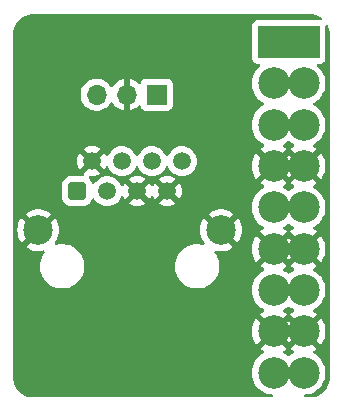
<source format=gbr>
%TF.GenerationSoftware,KiCad,Pcbnew,7.0.5-0*%
%TF.CreationDate,2024-07-25T14:15:13+02:00*%
%TF.ProjectId,rj45-stepper-adapter,726a3435-2d73-4746-9570-7065722d6164,rev?*%
%TF.SameCoordinates,Original*%
%TF.FileFunction,Copper,L2,Bot*%
%TF.FilePolarity,Positive*%
%FSLAX46Y46*%
G04 Gerber Fmt 4.6, Leading zero omitted, Abs format (unit mm)*
G04 Created by KiCad (PCBNEW 7.0.5-0) date 2024-07-25 14:15:13*
%MOMM*%
%LPD*%
G01*
G04 APERTURE LIST*
G04 Aperture macros list*
%AMRoundRect*
0 Rectangle with rounded corners*
0 $1 Rounding radius*
0 $2 $3 $4 $5 $6 $7 $8 $9 X,Y pos of 4 corners*
0 Add a 4 corners polygon primitive as box body*
4,1,4,$2,$3,$4,$5,$6,$7,$8,$9,$2,$3,0*
0 Add four circle primitives for the rounded corners*
1,1,$1+$1,$2,$3*
1,1,$1+$1,$4,$5*
1,1,$1+$1,$6,$7*
1,1,$1+$1,$8,$9*
0 Add four rect primitives between the rounded corners*
20,1,$1+$1,$2,$3,$4,$5,0*
20,1,$1+$1,$4,$5,$6,$7,0*
20,1,$1+$1,$6,$7,$8,$9,0*
20,1,$1+$1,$8,$9,$2,$3,0*%
G04 Aperture macros list end*
%TA.AperFunction,ComponentPad*%
%ADD10R,2.670000X2.670000*%
%TD*%
%TA.AperFunction,ComponentPad*%
%ADD11C,2.670000*%
%TD*%
%TA.AperFunction,ComponentPad*%
%ADD12O,1.700000X1.700000*%
%TD*%
%TA.AperFunction,ComponentPad*%
%ADD13R,1.700000X1.700000*%
%TD*%
%TA.AperFunction,ComponentPad*%
%ADD14C,2.500000*%
%TD*%
%TA.AperFunction,ComponentPad*%
%ADD15C,1.500000*%
%TD*%
%TA.AperFunction,ComponentPad*%
%ADD16RoundRect,0.250500X-0.499500X-0.499500X0.499500X-0.499500X0.499500X0.499500X-0.499500X0.499500X0*%
%TD*%
%TA.AperFunction,ViaPad*%
%ADD17C,0.800000*%
%TD*%
G04 APERTURE END LIST*
D10*
%TO.P,J1,1,Pin_1*%
%TO.N,/COM-*%
X165354000Y-94092000D03*
X162814000Y-94092000D03*
D11*
%TO.P,J1,2,Pin_2*%
%TO.N,/BRK*%
X165354000Y-97592000D03*
X162814000Y-97592000D03*
%TO.P,J1,3,Pin_3*%
%TO.N,/ALM*%
X165354000Y-101092000D03*
X162814000Y-101092000D03*
%TO.P,J1,4,Pin_4*%
%TO.N,GND*%
X165354000Y-104592000D03*
X162814000Y-104592000D03*
%TO.P,J1,5,Pin_5*%
%TO.N,/ENA+*%
X165354000Y-108092000D03*
X162814000Y-108092000D03*
%TO.P,J1,6,Pin_6*%
%TO.N,GND*%
X165354000Y-111592000D03*
X162814000Y-111592000D03*
%TO.P,J1,7,Pin_7*%
%TO.N,/DIR+*%
X165354000Y-115092000D03*
X162814000Y-115092000D03*
%TO.P,J1,8,Pin_8*%
%TO.N,GND*%
X165354000Y-118592000D03*
X162814000Y-118592000D03*
%TO.P,J1,9,Pin_9*%
%TO.N,/PUL+*%
X165354000Y-122092000D03*
X162814000Y-122092000D03*
%TD*%
D12*
%TO.P,J2,3,Pin_3*%
%TO.N,/SIG*%
X147828000Y-98552000D03*
%TO.P,J2,2,Pin_2*%
%TO.N,GND*%
X150368000Y-98552000D03*
D13*
%TO.P,J2,1,Pin_1*%
%TO.N,/VCC 3.3V*%
X152908000Y-98552000D03*
%TD*%
D14*
%TO.P,J3,SH*%
%TO.N,GND*%
X158367000Y-110021500D03*
X142877000Y-110021500D03*
D15*
%TO.P,J3,8*%
%TO.N,/PUL+*%
X155062000Y-104171500D03*
%TO.P,J3,7*%
%TO.N,GND*%
X153802000Y-106711500D03*
%TO.P,J3,6*%
%TO.N,/DIR+*%
X152522000Y-104171500D03*
%TO.P,J3,5*%
%TO.N,GND*%
X151262000Y-106711500D03*
%TO.P,J3,4*%
%TO.N,/ENA+*%
X149982000Y-104171500D03*
%TO.P,J3,3*%
%TO.N,/VCC 3.3V*%
X148722000Y-106711500D03*
%TO.P,J3,2*%
%TO.N,GND*%
X147442000Y-104171500D03*
D16*
%TO.P,J3,1*%
%TO.N,/SIG*%
X146182000Y-106711500D03*
%TD*%
D17*
%TO.N,GND*%
X156972000Y-119380000D03*
X144018000Y-119380000D03*
X144018000Y-96520000D03*
X157226000Y-96520000D03*
%TD*%
%TA.AperFunction,Conductor*%
%TO.N,GND*%
G36*
X165864244Y-91719661D02*
G01*
X166000512Y-91729406D01*
X166102427Y-91736695D01*
X166120211Y-91739253D01*
X166346928Y-91788573D01*
X166364171Y-91793635D01*
X166581572Y-91874721D01*
X166597923Y-91882188D01*
X166801565Y-91993385D01*
X166816689Y-92003105D01*
X166845049Y-92024335D01*
X166887596Y-92081170D01*
X166892661Y-92151986D01*
X166858636Y-92214298D01*
X166796323Y-92248323D01*
X166756074Y-92250481D01*
X166737654Y-92248501D01*
X166737642Y-92248500D01*
X166737638Y-92248500D01*
X164197638Y-92248500D01*
X161430362Y-92248500D01*
X161430350Y-92248500D01*
X161369803Y-92255009D01*
X161369795Y-92255011D01*
X161232797Y-92306110D01*
X161232792Y-92306112D01*
X161115738Y-92393738D01*
X161028112Y-92510792D01*
X161028110Y-92510797D01*
X160977011Y-92647795D01*
X160977009Y-92647803D01*
X160970500Y-92708350D01*
X160970500Y-95475649D01*
X160977009Y-95536196D01*
X160977011Y-95536204D01*
X161028110Y-95673202D01*
X161028112Y-95673207D01*
X161115738Y-95790261D01*
X161232792Y-95877887D01*
X161232794Y-95877888D01*
X161232796Y-95877889D01*
X161291875Y-95899924D01*
X161369795Y-95928988D01*
X161369803Y-95928990D01*
X161430350Y-95935499D01*
X161430355Y-95935499D01*
X161430362Y-95935500D01*
X161572052Y-95935500D01*
X161640173Y-95955502D01*
X161686666Y-96009158D01*
X161696770Y-96079432D01*
X161667276Y-96144012D01*
X161647565Y-96162365D01*
X161614271Y-96187288D01*
X161603673Y-96195222D01*
X161417222Y-96381673D01*
X161417214Y-96381682D01*
X161259186Y-96592785D01*
X161132811Y-96824222D01*
X161040655Y-97071301D01*
X160984602Y-97328975D01*
X160965791Y-97591999D01*
X160965791Y-97592000D01*
X160967499Y-97615887D01*
X160984602Y-97855024D01*
X161040655Y-98112698D01*
X161132811Y-98359777D01*
X161259186Y-98591214D01*
X161417214Y-98802317D01*
X161417222Y-98802326D01*
X161603673Y-98988777D01*
X161603682Y-98988785D01*
X161619508Y-99000632D01*
X161814783Y-99146812D01*
X161814785Y-99146813D01*
X161969717Y-99231413D01*
X162019919Y-99281615D01*
X162035010Y-99350989D01*
X162010199Y-99417509D01*
X161969717Y-99452587D01*
X161814785Y-99537186D01*
X161603682Y-99695214D01*
X161603673Y-99695222D01*
X161417222Y-99881673D01*
X161417214Y-99881682D01*
X161259186Y-100092785D01*
X161132811Y-100324222D01*
X161040655Y-100571301D01*
X160984602Y-100828975D01*
X160965791Y-101091999D01*
X160984602Y-101355024D01*
X161040655Y-101612698D01*
X161132811Y-101859777D01*
X161259186Y-102091214D01*
X161417214Y-102302317D01*
X161417222Y-102302326D01*
X161603673Y-102488777D01*
X161603682Y-102488785D01*
X161606525Y-102490913D01*
X161814783Y-102646812D01*
X161970238Y-102731697D01*
X162020440Y-102781899D01*
X162035531Y-102851273D01*
X162010720Y-102917793D01*
X161970238Y-102952871D01*
X161815057Y-103037606D01*
X161702829Y-103121618D01*
X161702828Y-103121619D01*
X162608778Y-104027570D01*
X162511412Y-104067901D01*
X162386075Y-104164075D01*
X162289901Y-104289411D01*
X162249570Y-104386778D01*
X161343619Y-103480828D01*
X161343618Y-103480829D01*
X161259608Y-103593055D01*
X161133265Y-103824434D01*
X161041137Y-104071440D01*
X160985098Y-104329047D01*
X160966292Y-104591999D01*
X160985098Y-104854952D01*
X161041137Y-105112559D01*
X161133265Y-105359565D01*
X161259611Y-105590949D01*
X161343618Y-105703169D01*
X161343619Y-105703170D01*
X162249569Y-104797219D01*
X162289901Y-104894588D01*
X162386075Y-105019925D01*
X162511412Y-105116099D01*
X162608779Y-105156429D01*
X161702828Y-106062379D01*
X161702829Y-106062380D01*
X161815050Y-106146388D01*
X161970237Y-106231127D01*
X162020439Y-106281330D01*
X162035531Y-106350704D01*
X162010720Y-106417224D01*
X161970238Y-106452302D01*
X161814785Y-106537186D01*
X161603682Y-106695214D01*
X161603673Y-106695222D01*
X161417222Y-106881673D01*
X161417214Y-106881682D01*
X161259186Y-107092785D01*
X161132811Y-107324222D01*
X161040655Y-107571301D01*
X160984602Y-107828975D01*
X160965791Y-108091999D01*
X160984602Y-108355024D01*
X161040655Y-108612698D01*
X161132811Y-108859777D01*
X161259186Y-109091214D01*
X161417214Y-109302317D01*
X161417222Y-109302326D01*
X161603673Y-109488777D01*
X161603682Y-109488785D01*
X161674313Y-109541658D01*
X161814783Y-109646812D01*
X161970238Y-109731697D01*
X162020440Y-109781899D01*
X162035531Y-109851273D01*
X162010720Y-109917793D01*
X161970238Y-109952871D01*
X161815057Y-110037606D01*
X161702829Y-110121618D01*
X161702828Y-110121619D01*
X162608778Y-111027570D01*
X162511412Y-111067901D01*
X162386075Y-111164075D01*
X162289901Y-111289411D01*
X162249570Y-111386779D01*
X161343619Y-110480828D01*
X161343618Y-110480829D01*
X161259608Y-110593055D01*
X161133265Y-110824434D01*
X161041137Y-111071440D01*
X160985098Y-111329047D01*
X160966292Y-111592000D01*
X160985098Y-111854952D01*
X161041137Y-112112559D01*
X161133265Y-112359565D01*
X161259611Y-112590949D01*
X161343618Y-112703169D01*
X161343619Y-112703170D01*
X162249569Y-111797219D01*
X162289901Y-111894588D01*
X162386075Y-112019925D01*
X162511412Y-112116099D01*
X162608779Y-112156429D01*
X161702828Y-113062379D01*
X161702829Y-113062380D01*
X161815050Y-113146388D01*
X161970237Y-113231127D01*
X162020439Y-113281330D01*
X162035531Y-113350704D01*
X162010720Y-113417224D01*
X161970238Y-113452302D01*
X161814785Y-113537186D01*
X161603682Y-113695214D01*
X161603673Y-113695222D01*
X161417222Y-113881673D01*
X161417214Y-113881682D01*
X161259186Y-114092785D01*
X161132811Y-114324222D01*
X161040655Y-114571301D01*
X160984602Y-114828975D01*
X160965791Y-115092000D01*
X160984602Y-115355024D01*
X161040655Y-115612698D01*
X161132811Y-115859777D01*
X161259186Y-116091214D01*
X161417214Y-116302317D01*
X161417222Y-116302326D01*
X161603673Y-116488777D01*
X161603682Y-116488785D01*
X161606525Y-116490913D01*
X161814783Y-116646812D01*
X161970238Y-116731697D01*
X162020440Y-116781899D01*
X162035531Y-116851273D01*
X162010720Y-116917793D01*
X161970238Y-116952871D01*
X161815057Y-117037606D01*
X161702829Y-117121618D01*
X161702828Y-117121619D01*
X162608778Y-118027570D01*
X162511412Y-118067901D01*
X162386075Y-118164075D01*
X162289901Y-118289411D01*
X162249570Y-118386779D01*
X161343619Y-117480828D01*
X161343618Y-117480829D01*
X161259608Y-117593055D01*
X161133265Y-117824434D01*
X161041137Y-118071440D01*
X160985098Y-118329047D01*
X160966292Y-118591999D01*
X160985098Y-118854952D01*
X161041137Y-119112559D01*
X161133265Y-119359565D01*
X161259611Y-119590949D01*
X161343618Y-119703169D01*
X161343619Y-119703170D01*
X162249569Y-118797219D01*
X162289901Y-118894588D01*
X162386075Y-119019925D01*
X162511412Y-119116099D01*
X162608779Y-119156429D01*
X161702828Y-120062379D01*
X161702829Y-120062380D01*
X161815050Y-120146388D01*
X161970237Y-120231127D01*
X162020439Y-120281330D01*
X162035531Y-120350704D01*
X162010720Y-120417224D01*
X161970238Y-120452302D01*
X161814785Y-120537186D01*
X161603682Y-120695214D01*
X161603673Y-120695222D01*
X161417222Y-120881673D01*
X161417214Y-120881682D01*
X161259186Y-121092785D01*
X161132811Y-121324222D01*
X161040655Y-121571301D01*
X160984602Y-121828975D01*
X160965791Y-122091999D01*
X160984602Y-122355024D01*
X161040655Y-122612698D01*
X161132811Y-122859777D01*
X161259186Y-123091214D01*
X161417214Y-123302317D01*
X161417222Y-123302326D01*
X161603673Y-123488777D01*
X161603682Y-123488785D01*
X161619508Y-123500632D01*
X161814783Y-123646812D01*
X161814785Y-123646813D01*
X162008245Y-123752451D01*
X162046226Y-123773190D01*
X162293299Y-123865344D01*
X162550972Y-123921397D01*
X162654774Y-123928821D01*
X162721294Y-123953632D01*
X162763841Y-124010467D01*
X162768906Y-124081283D01*
X162734880Y-124143595D01*
X162672568Y-124177620D01*
X162645785Y-124180500D01*
X142496252Y-124180500D01*
X142491756Y-124180339D01*
X142253577Y-124163304D01*
X142235783Y-124160745D01*
X142009074Y-124111427D01*
X141991825Y-124106363D01*
X141774429Y-124025279D01*
X141758076Y-124017811D01*
X141554434Y-123906614D01*
X141539310Y-123896894D01*
X141353568Y-123757849D01*
X141339982Y-123746076D01*
X141175923Y-123582017D01*
X141164150Y-123568431D01*
X141025105Y-123382689D01*
X141015385Y-123367565D01*
X140904188Y-123163923D01*
X140896720Y-123147570D01*
X140875700Y-123091214D01*
X140815635Y-122930171D01*
X140810572Y-122912925D01*
X140761253Y-122686211D01*
X140758695Y-122668422D01*
X140741661Y-122430244D01*
X140741500Y-122425748D01*
X140741500Y-110021500D01*
X141114070Y-110021500D01*
X141133760Y-110284254D01*
X141192392Y-110541134D01*
X141192393Y-110541136D01*
X141288651Y-110786400D01*
X141288653Y-110786404D01*
X141420397Y-111014592D01*
X141420400Y-111014597D01*
X141466670Y-111072617D01*
X141466672Y-111072617D01*
X142147275Y-110392013D01*
X142235775Y-110532860D01*
X142365640Y-110662725D01*
X142506485Y-110751223D01*
X141825438Y-111432270D01*
X141995532Y-111548239D01*
X141995532Y-111548240D01*
X142232923Y-111662562D01*
X142484704Y-111740228D01*
X142484712Y-111740229D01*
X142745260Y-111779500D01*
X143008740Y-111779500D01*
X143269287Y-111740229D01*
X143269293Y-111740228D01*
X143276828Y-111737904D01*
X143347818Y-111736934D01*
X143408063Y-111774499D01*
X143438435Y-111838671D01*
X143429292Y-111909076D01*
X143416449Y-111931618D01*
X143301807Y-112091858D01*
X143301803Y-112091864D01*
X143176270Y-112336024D01*
X143087631Y-112595848D01*
X143087628Y-112595861D01*
X143037764Y-112865817D01*
X143037763Y-112865828D01*
X143027738Y-113140180D01*
X143057762Y-113413066D01*
X143127204Y-113678684D01*
X143181724Y-113806979D01*
X143234577Y-113931352D01*
X143377595Y-114165696D01*
X143553209Y-114376718D01*
X143553211Y-114376720D01*
X143553213Y-114376722D01*
X143757666Y-114559914D01*
X143757672Y-114559919D01*
X143757677Y-114559923D01*
X143986641Y-114711404D01*
X144235221Y-114827933D01*
X144498119Y-114907027D01*
X144498122Y-114907027D01*
X144498124Y-114907028D01*
X144769727Y-114947000D01*
X144769731Y-114947000D01*
X144975547Y-114947000D01*
X145180805Y-114931977D01*
X145448775Y-114872284D01*
X145705198Y-114774211D01*
X145944609Y-114639847D01*
X146161904Y-114472057D01*
X146352454Y-114274416D01*
X146512196Y-114051137D01*
X146637727Y-113806979D01*
X146637727Y-113806978D01*
X146637729Y-113806975D01*
X146726368Y-113547151D01*
X146726370Y-113547146D01*
X146753161Y-113402100D01*
X146776235Y-113277182D01*
X146776236Y-113277171D01*
X146777456Y-113243791D01*
X146781242Y-113140180D01*
X154457738Y-113140180D01*
X154487762Y-113413066D01*
X154557204Y-113678684D01*
X154611724Y-113806979D01*
X154664577Y-113931352D01*
X154807595Y-114165696D01*
X154983209Y-114376718D01*
X154983211Y-114376720D01*
X154983213Y-114376722D01*
X155187666Y-114559914D01*
X155187672Y-114559919D01*
X155187677Y-114559923D01*
X155416641Y-114711404D01*
X155665221Y-114827933D01*
X155928119Y-114907027D01*
X155928122Y-114907027D01*
X155928124Y-114907028D01*
X156199727Y-114947000D01*
X156199731Y-114947000D01*
X156405547Y-114947000D01*
X156610805Y-114931977D01*
X156878775Y-114872284D01*
X157135198Y-114774211D01*
X157374609Y-114639847D01*
X157591904Y-114472057D01*
X157782454Y-114274416D01*
X157942196Y-114051137D01*
X158067727Y-113806979D01*
X158067727Y-113806978D01*
X158067729Y-113806975D01*
X158156368Y-113547151D01*
X158156370Y-113547146D01*
X158183161Y-113402100D01*
X158206235Y-113277182D01*
X158206236Y-113277171D01*
X158207456Y-113243791D01*
X158216262Y-113002820D01*
X158201188Y-112865817D01*
X158186237Y-112729933D01*
X158151184Y-112595854D01*
X158116796Y-112464318D01*
X158009423Y-112211648D01*
X157866405Y-111977304D01*
X157834884Y-111939427D01*
X157806685Y-111874277D01*
X157818186Y-111804218D01*
X157865738Y-111751499D01*
X157934244Y-111732857D01*
X157968873Y-111738430D01*
X157974696Y-111740226D01*
X157974712Y-111740229D01*
X158235260Y-111779500D01*
X158498740Y-111779500D01*
X158759287Y-111740229D01*
X158759295Y-111740228D01*
X159011076Y-111662562D01*
X159248467Y-111548240D01*
X159418561Y-111432270D01*
X158737514Y-110751223D01*
X158878360Y-110662725D01*
X159008225Y-110532860D01*
X159096723Y-110392014D01*
X159777327Y-111072618D01*
X159823603Y-111014590D01*
X159955346Y-110786404D01*
X159955348Y-110786400D01*
X160051606Y-110541136D01*
X160051607Y-110541134D01*
X160110239Y-110284254D01*
X160129929Y-110021500D01*
X160110239Y-109758745D01*
X160051607Y-109501865D01*
X160051606Y-109501863D01*
X159955348Y-109256599D01*
X159955346Y-109256595D01*
X159823605Y-109028413D01*
X159823600Y-109028405D01*
X159777328Y-108970381D01*
X159777326Y-108970381D01*
X159096723Y-109650984D01*
X159008225Y-109510140D01*
X158878360Y-109380275D01*
X158737513Y-109291775D01*
X159418560Y-108610729D01*
X159418560Y-108610728D01*
X159248467Y-108494759D01*
X159011076Y-108380437D01*
X158759295Y-108302771D01*
X158759287Y-108302770D01*
X158498740Y-108263500D01*
X158235260Y-108263500D01*
X157974712Y-108302770D01*
X157974704Y-108302771D01*
X157722923Y-108380437D01*
X157485532Y-108494759D01*
X157485525Y-108494763D01*
X157315438Y-108610727D01*
X157315438Y-108610729D01*
X157996485Y-109291776D01*
X157855640Y-109380275D01*
X157725775Y-109510140D01*
X157637276Y-109650985D01*
X156956671Y-108970380D01*
X156956670Y-108970381D01*
X156910400Y-109028404D01*
X156910397Y-109028407D01*
X156778653Y-109256595D01*
X156778651Y-109256599D01*
X156682393Y-109501863D01*
X156682392Y-109501865D01*
X156623760Y-109758745D01*
X156604070Y-110021500D01*
X156623760Y-110284254D01*
X156682392Y-110541134D01*
X156682393Y-110541136D01*
X156778651Y-110786400D01*
X156778653Y-110786404D01*
X156910396Y-111014590D01*
X156943028Y-111055509D01*
X156969862Y-111121239D01*
X156956900Y-111191043D01*
X156908257Y-111242757D01*
X156839377Y-111259964D01*
X156808217Y-111254727D01*
X156745875Y-111235971D01*
X156474272Y-111196000D01*
X156474269Y-111196000D01*
X156268453Y-111196000D01*
X156063191Y-111211023D01*
X155795231Y-111270714D01*
X155795219Y-111270718D01*
X155538801Y-111368789D01*
X155299397Y-111503149D01*
X155299393Y-111503151D01*
X155082094Y-111670944D01*
X155082093Y-111670945D01*
X154891548Y-111868581D01*
X154731807Y-112091858D01*
X154731803Y-112091864D01*
X154606270Y-112336024D01*
X154517631Y-112595848D01*
X154517628Y-112595861D01*
X154467764Y-112865817D01*
X154467763Y-112865828D01*
X154457738Y-113140180D01*
X146781242Y-113140180D01*
X146786262Y-113002820D01*
X146771188Y-112865817D01*
X146756237Y-112729933D01*
X146721184Y-112595854D01*
X146686796Y-112464318D01*
X146579423Y-112211648D01*
X146436405Y-111977304D01*
X146260791Y-111766282D01*
X146260787Y-111766279D01*
X146260786Y-111766277D01*
X146056333Y-111583085D01*
X146056320Y-111583075D01*
X145827359Y-111431596D01*
X145827358Y-111431596D01*
X145578779Y-111315067D01*
X145369994Y-111252253D01*
X145315875Y-111235971D01*
X145044272Y-111196000D01*
X145044269Y-111196000D01*
X144838453Y-111196000D01*
X144633196Y-111211022D01*
X144426949Y-111256966D01*
X144356109Y-111252253D01*
X144299062Y-111209990D01*
X144273920Y-111143594D01*
X144288666Y-111074146D01*
X144301043Y-111055419D01*
X144333602Y-111014591D01*
X144333603Y-111014590D01*
X144465346Y-110786404D01*
X144465348Y-110786400D01*
X144561606Y-110541136D01*
X144561607Y-110541134D01*
X144620239Y-110284254D01*
X144639929Y-110021500D01*
X144620239Y-109758745D01*
X144561607Y-109501865D01*
X144561606Y-109501863D01*
X144465348Y-109256599D01*
X144465346Y-109256595D01*
X144333605Y-109028413D01*
X144333600Y-109028405D01*
X144287327Y-108970381D01*
X143606723Y-109650985D01*
X143518225Y-109510140D01*
X143388360Y-109380275D01*
X143247514Y-109291776D01*
X143928560Y-108610729D01*
X143928560Y-108610728D01*
X143758467Y-108494759D01*
X143521076Y-108380437D01*
X143269295Y-108302771D01*
X143269287Y-108302770D01*
X143008740Y-108263500D01*
X142745260Y-108263500D01*
X142484712Y-108302770D01*
X142484704Y-108302771D01*
X142232923Y-108380437D01*
X141995532Y-108494759D01*
X141995525Y-108494763D01*
X141825438Y-108610727D01*
X141825438Y-108610729D01*
X142506485Y-109291776D01*
X142365640Y-109380275D01*
X142235775Y-109510140D01*
X142147276Y-109650985D01*
X141466671Y-108970380D01*
X141466670Y-108970381D01*
X141420400Y-109028404D01*
X141420397Y-109028407D01*
X141288653Y-109256595D01*
X141288651Y-109256599D01*
X141192393Y-109501863D01*
X141192392Y-109501865D01*
X141133760Y-109758745D01*
X141114070Y-110021500D01*
X140741500Y-110021500D01*
X140741500Y-107261584D01*
X144923500Y-107261584D01*
X144934119Y-107365522D01*
X144934120Y-107365528D01*
X144989929Y-107533951D01*
X145012966Y-107571299D01*
X145083075Y-107684963D01*
X145083080Y-107684969D01*
X145208530Y-107810419D01*
X145208536Y-107810424D01*
X145208537Y-107810425D01*
X145359549Y-107903571D01*
X145527972Y-107959380D01*
X145631915Y-107969999D01*
X145631915Y-107970000D01*
X145631924Y-107970000D01*
X146732085Y-107970000D01*
X146732084Y-107969999D01*
X146836028Y-107959380D01*
X147004451Y-107903571D01*
X147155463Y-107810425D01*
X147280925Y-107684963D01*
X147374071Y-107533951D01*
X147419621Y-107396486D01*
X147460033Y-107338118D01*
X147525589Y-107310862D01*
X147595474Y-107323375D01*
X147642435Y-107363849D01*
X147754251Y-107523538D01*
X147754254Y-107523542D01*
X147909957Y-107679245D01*
X147909961Y-107679248D01*
X147909962Y-107679249D01*
X148090346Y-107805556D01*
X148289924Y-107898620D01*
X148502629Y-107955615D01*
X148722000Y-107974807D01*
X148941371Y-107955615D01*
X149154076Y-107898620D01*
X149353654Y-107805556D01*
X149534038Y-107679249D01*
X149689749Y-107523538D01*
X149816056Y-107343154D01*
X149878081Y-107210139D01*
X149924996Y-107156856D01*
X149993273Y-107137394D01*
X150061234Y-107157935D01*
X150106470Y-107210140D01*
X150168378Y-107342902D01*
X150210801Y-107403486D01*
X150817155Y-106797132D01*
X150818327Y-106812765D01*
X150867887Y-106939041D01*
X150952465Y-107045099D01*
X151064547Y-107121516D01*
X151176622Y-107156086D01*
X150570012Y-107762696D01*
X150570012Y-107762697D01*
X150630600Y-107805122D01*
X150830092Y-107898147D01*
X150830096Y-107898149D01*
X151042712Y-107955119D01*
X151261999Y-107974304D01*
X151481287Y-107955119D01*
X151693903Y-107898149D01*
X151693912Y-107898145D01*
X151893405Y-107805119D01*
X151893412Y-107805115D01*
X151953986Y-107762698D01*
X151953986Y-107762697D01*
X151345315Y-107154025D01*
X151396138Y-107146365D01*
X151518357Y-107087507D01*
X151617798Y-106995240D01*
X151685625Y-106877760D01*
X151704550Y-106794840D01*
X152313196Y-107403486D01*
X152313198Y-107403486D01*
X152355615Y-107342912D01*
X152355616Y-107342910D01*
X152417804Y-107209549D01*
X152464721Y-107156264D01*
X152532999Y-107136803D01*
X152600959Y-107157345D01*
X152646193Y-107209548D01*
X152708375Y-107342897D01*
X152708378Y-107342901D01*
X152750801Y-107403486D01*
X153357155Y-106797132D01*
X153358327Y-106812765D01*
X153407887Y-106939041D01*
X153492465Y-107045099D01*
X153604547Y-107121516D01*
X153716622Y-107156086D01*
X153110012Y-107762696D01*
X153110012Y-107762697D01*
X153170600Y-107805122D01*
X153370092Y-107898147D01*
X153370096Y-107898149D01*
X153582712Y-107955119D01*
X153802000Y-107974304D01*
X154021287Y-107955119D01*
X154233903Y-107898149D01*
X154233912Y-107898145D01*
X154433405Y-107805119D01*
X154433412Y-107805115D01*
X154493986Y-107762698D01*
X154493986Y-107762697D01*
X153885315Y-107154025D01*
X153936138Y-107146365D01*
X154058357Y-107087507D01*
X154157798Y-106995240D01*
X154225625Y-106877760D01*
X154244550Y-106794839D01*
X154853197Y-107403486D01*
X154853198Y-107403486D01*
X154895615Y-107342912D01*
X154895619Y-107342905D01*
X154988645Y-107143412D01*
X154988649Y-107143403D01*
X155045619Y-106930787D01*
X155064804Y-106711499D01*
X155045619Y-106492212D01*
X154988649Y-106279596D01*
X154988647Y-106279592D01*
X154895621Y-106080098D01*
X154853198Y-106019512D01*
X154853196Y-106019512D01*
X154246844Y-106625864D01*
X154245673Y-106610235D01*
X154196113Y-106483959D01*
X154111535Y-106377901D01*
X153999453Y-106301484D01*
X153887375Y-106266913D01*
X154493986Y-105660301D01*
X154493986Y-105660300D01*
X154433401Y-105617878D01*
X154433402Y-105617878D01*
X154233907Y-105524852D01*
X154233903Y-105524850D01*
X154021287Y-105467880D01*
X153802000Y-105448695D01*
X153582712Y-105467880D01*
X153370096Y-105524850D01*
X153370092Y-105524852D01*
X153170598Y-105617878D01*
X153110011Y-105660301D01*
X153718684Y-106268974D01*
X153667862Y-106276635D01*
X153545643Y-106335493D01*
X153446202Y-106427760D01*
X153378375Y-106545240D01*
X153359449Y-106628159D01*
X152750801Y-106019511D01*
X152708377Y-106080100D01*
X152646194Y-106213451D01*
X152599277Y-106266735D01*
X152531000Y-106286196D01*
X152463040Y-106265654D01*
X152417806Y-106213451D01*
X152355624Y-106080103D01*
X152355621Y-106080098D01*
X152313198Y-106019512D01*
X152313197Y-106019512D01*
X151706844Y-106625864D01*
X151705673Y-106610235D01*
X151656113Y-106483959D01*
X151571535Y-106377901D01*
X151459453Y-106301484D01*
X151347375Y-106266913D01*
X151953986Y-105660301D01*
X151953986Y-105660300D01*
X151893401Y-105617878D01*
X151893402Y-105617878D01*
X151693907Y-105524852D01*
X151693903Y-105524850D01*
X151481287Y-105467880D01*
X151261999Y-105448695D01*
X151042712Y-105467880D01*
X150830096Y-105524850D01*
X150830092Y-105524852D01*
X150630598Y-105617878D01*
X150570011Y-105660301D01*
X151178684Y-106268974D01*
X151127862Y-106276635D01*
X151005643Y-106335493D01*
X150906202Y-106427760D01*
X150838375Y-106545240D01*
X150819449Y-106628158D01*
X150210801Y-106019511D01*
X150168377Y-106080100D01*
X150106469Y-106212860D01*
X150059552Y-106266145D01*
X149991274Y-106285605D01*
X149923315Y-106265063D01*
X149878080Y-106212859D01*
X149816056Y-106079847D01*
X149689749Y-105899462D01*
X149534038Y-105743751D01*
X149525876Y-105738036D01*
X149476081Y-105703169D01*
X149353654Y-105617444D01*
X149343223Y-105612580D01*
X149154079Y-105524381D01*
X149154073Y-105524379D01*
X149064178Y-105500291D01*
X148941371Y-105467385D01*
X148722000Y-105448193D01*
X148502629Y-105467385D01*
X148289926Y-105524379D01*
X148289920Y-105524381D01*
X148090346Y-105617444D01*
X147909965Y-105743748D01*
X147909959Y-105743753D01*
X147754253Y-105899459D01*
X147754248Y-105899465D01*
X147642437Y-106059147D01*
X147586979Y-106103475D01*
X147516360Y-106110784D01*
X147453000Y-106078753D01*
X147419620Y-106026510D01*
X147374071Y-105889049D01*
X147280925Y-105738037D01*
X147280924Y-105738036D01*
X147280919Y-105738030D01*
X147177416Y-105634527D01*
X147143390Y-105572215D01*
X147148455Y-105501400D01*
X147191002Y-105444564D01*
X147257522Y-105419753D01*
X147277493Y-105419912D01*
X147441994Y-105434304D01*
X147661287Y-105415119D01*
X147873903Y-105358149D01*
X147873912Y-105358145D01*
X148073405Y-105265119D01*
X148073412Y-105265115D01*
X148133986Y-105222698D01*
X148133986Y-105222697D01*
X147525315Y-104614025D01*
X147576138Y-104606365D01*
X147698357Y-104547507D01*
X147797798Y-104455240D01*
X147865625Y-104337760D01*
X147884550Y-104254840D01*
X148493196Y-104863486D01*
X148493198Y-104863486D01*
X148535615Y-104802912D01*
X148535616Y-104802910D01*
X148597529Y-104670140D01*
X148644447Y-104616855D01*
X148712724Y-104597394D01*
X148780684Y-104617936D01*
X148825919Y-104670140D01*
X148887944Y-104803154D01*
X148951968Y-104894589D01*
X149014251Y-104983538D01*
X149014254Y-104983542D01*
X149169957Y-105139245D01*
X149169961Y-105139248D01*
X149169962Y-105139249D01*
X149350346Y-105265556D01*
X149549924Y-105358620D01*
X149762629Y-105415615D01*
X149982000Y-105434807D01*
X150201371Y-105415615D01*
X150414076Y-105358620D01*
X150613654Y-105265556D01*
X150794038Y-105139249D01*
X150949749Y-104983538D01*
X151076056Y-104803154D01*
X151137804Y-104670732D01*
X151184722Y-104617446D01*
X151252999Y-104597985D01*
X151320959Y-104618526D01*
X151366195Y-104670732D01*
X151427944Y-104803154D01*
X151491968Y-104894589D01*
X151554251Y-104983538D01*
X151554254Y-104983542D01*
X151709957Y-105139245D01*
X151709961Y-105139248D01*
X151709962Y-105139249D01*
X151890346Y-105265556D01*
X152089924Y-105358620D01*
X152302629Y-105415615D01*
X152522000Y-105434807D01*
X152741371Y-105415615D01*
X152954076Y-105358620D01*
X153153654Y-105265556D01*
X153334038Y-105139249D01*
X153489749Y-104983538D01*
X153616056Y-104803154D01*
X153677804Y-104670732D01*
X153724722Y-104617446D01*
X153792999Y-104597985D01*
X153860959Y-104618526D01*
X153906195Y-104670732D01*
X153967944Y-104803154D01*
X154031968Y-104894589D01*
X154094251Y-104983538D01*
X154094254Y-104983542D01*
X154249957Y-105139245D01*
X154249961Y-105139248D01*
X154249962Y-105139249D01*
X154430346Y-105265556D01*
X154629924Y-105358620D01*
X154842629Y-105415615D01*
X155062000Y-105434807D01*
X155281371Y-105415615D01*
X155494076Y-105358620D01*
X155693654Y-105265556D01*
X155874038Y-105139249D01*
X156029749Y-104983538D01*
X156156056Y-104803154D01*
X156249120Y-104603576D01*
X156306115Y-104390871D01*
X156325307Y-104171500D01*
X156306115Y-103952129D01*
X156249120Y-103739424D01*
X156156056Y-103539847D01*
X156029749Y-103359462D01*
X155874038Y-103203751D01*
X155693654Y-103077444D01*
X155608227Y-103037609D01*
X155494079Y-102984381D01*
X155494073Y-102984379D01*
X155404178Y-102960291D01*
X155281371Y-102927385D01*
X155062000Y-102908193D01*
X154842629Y-102927385D01*
X154629926Y-102984379D01*
X154629920Y-102984381D01*
X154430346Y-103077444D01*
X154249965Y-103203748D01*
X154249959Y-103203753D01*
X154094253Y-103359459D01*
X154094248Y-103359465D01*
X153967944Y-103539846D01*
X153906195Y-103672268D01*
X153859278Y-103725553D01*
X153791000Y-103745014D01*
X153723040Y-103724472D01*
X153677805Y-103672268D01*
X153616173Y-103540098D01*
X153616056Y-103539847D01*
X153489749Y-103359462D01*
X153334038Y-103203751D01*
X153153654Y-103077444D01*
X153068227Y-103037609D01*
X152954079Y-102984381D01*
X152954073Y-102984379D01*
X152864178Y-102960291D01*
X152741371Y-102927385D01*
X152522000Y-102908193D01*
X152302629Y-102927385D01*
X152089926Y-102984379D01*
X152089920Y-102984381D01*
X151890346Y-103077444D01*
X151709965Y-103203748D01*
X151709959Y-103203753D01*
X151554253Y-103359459D01*
X151554248Y-103359465D01*
X151427944Y-103539846D01*
X151366195Y-103672268D01*
X151319278Y-103725553D01*
X151251000Y-103745014D01*
X151183040Y-103724472D01*
X151137805Y-103672268D01*
X151076173Y-103540098D01*
X151076056Y-103539847D01*
X150949749Y-103359462D01*
X150794038Y-103203751D01*
X150613654Y-103077444D01*
X150528227Y-103037609D01*
X150414079Y-102984381D01*
X150414073Y-102984379D01*
X150324178Y-102960291D01*
X150201371Y-102927385D01*
X149982000Y-102908193D01*
X149981999Y-102908193D01*
X149762629Y-102927385D01*
X149549926Y-102984379D01*
X149549920Y-102984381D01*
X149350346Y-103077444D01*
X149169965Y-103203748D01*
X149169959Y-103203753D01*
X149014253Y-103359459D01*
X149014248Y-103359465D01*
X148887944Y-103539846D01*
X148825919Y-103672859D01*
X148779001Y-103726144D01*
X148710724Y-103745605D01*
X148642764Y-103725063D01*
X148597529Y-103672859D01*
X148535621Y-103540098D01*
X148493198Y-103479512D01*
X148493197Y-103479512D01*
X147886844Y-104085864D01*
X147885673Y-104070235D01*
X147836113Y-103943959D01*
X147751535Y-103837901D01*
X147639453Y-103761484D01*
X147527375Y-103726913D01*
X148133986Y-103120301D01*
X148133986Y-103120300D01*
X148073401Y-103077878D01*
X148073402Y-103077878D01*
X147873907Y-102984852D01*
X147873903Y-102984850D01*
X147661287Y-102927880D01*
X147441999Y-102908695D01*
X147222712Y-102927880D01*
X147010096Y-102984850D01*
X147010092Y-102984852D01*
X146810598Y-103077878D01*
X146750011Y-103120301D01*
X147358684Y-103728974D01*
X147307862Y-103736635D01*
X147185643Y-103795493D01*
X147086202Y-103887760D01*
X147018375Y-104005240D01*
X146999449Y-104088158D01*
X146390801Y-103479511D01*
X146348378Y-103540098D01*
X146255352Y-103739592D01*
X146255350Y-103739596D01*
X146198380Y-103952212D01*
X146179195Y-104171500D01*
X146198380Y-104390787D01*
X146255350Y-104603403D01*
X146255352Y-104603407D01*
X146348378Y-104802902D01*
X146390801Y-104863486D01*
X146997155Y-104257132D01*
X146998327Y-104272765D01*
X147047887Y-104399041D01*
X147132465Y-104505099D01*
X147244547Y-104581516D01*
X147356622Y-104616086D01*
X146750012Y-105222696D01*
X146750012Y-105222698D01*
X146751568Y-105223788D01*
X146795896Y-105279245D01*
X146803204Y-105349865D01*
X146771172Y-105413225D01*
X146709971Y-105449209D01*
X146679296Y-105453000D01*
X145631915Y-105453000D01*
X145527977Y-105463619D01*
X145527971Y-105463620D01*
X145359549Y-105519429D01*
X145208536Y-105612575D01*
X145208530Y-105612580D01*
X145083080Y-105738030D01*
X145083075Y-105738036D01*
X144989929Y-105889049D01*
X144934120Y-106057471D01*
X144934119Y-106057477D01*
X144923500Y-106161415D01*
X144923500Y-107261584D01*
X140741500Y-107261584D01*
X140741500Y-98552000D01*
X146464844Y-98552000D01*
X146482232Y-98761844D01*
X146483437Y-98776375D01*
X146538702Y-98994612D01*
X146538703Y-98994613D01*
X146538704Y-98994616D01*
X146605463Y-99146812D01*
X146629141Y-99200793D01*
X146752275Y-99389265D01*
X146752279Y-99389270D01*
X146904762Y-99554908D01*
X146959331Y-99597381D01*
X147082424Y-99693189D01*
X147280426Y-99800342D01*
X147280427Y-99800342D01*
X147280428Y-99800343D01*
X147392227Y-99838723D01*
X147493365Y-99873444D01*
X147715431Y-99910500D01*
X147715435Y-99910500D01*
X147940565Y-99910500D01*
X147940569Y-99910500D01*
X148162635Y-99873444D01*
X148375574Y-99800342D01*
X148573576Y-99693189D01*
X148751240Y-99554906D01*
X148903722Y-99389268D01*
X148992816Y-99252898D01*
X149046819Y-99206810D01*
X149117167Y-99197235D01*
X149181524Y-99227212D01*
X149203782Y-99252898D01*
X149292674Y-99388958D01*
X149445097Y-99554534D01*
X149622698Y-99692767D01*
X149622699Y-99692768D01*
X149820628Y-99799882D01*
X149820630Y-99799883D01*
X150033483Y-99872955D01*
X150033492Y-99872957D01*
X150114000Y-99886391D01*
X150114000Y-98985674D01*
X150225685Y-99036680D01*
X150332237Y-99052000D01*
X150403763Y-99052000D01*
X150510315Y-99036680D01*
X150622000Y-98985674D01*
X150622000Y-99886390D01*
X150702507Y-99872957D01*
X150702516Y-99872955D01*
X150915369Y-99799883D01*
X150915371Y-99799882D01*
X151113300Y-99692768D01*
X151113301Y-99692767D01*
X151290905Y-99554532D01*
X151352047Y-99488113D01*
X151412899Y-99451541D01*
X151483863Y-99453674D01*
X151542409Y-99493835D01*
X151562804Y-99529415D01*
X151607111Y-99648204D01*
X151607112Y-99648207D01*
X151694738Y-99765261D01*
X151811792Y-99852887D01*
X151811794Y-99852888D01*
X151811796Y-99852889D01*
X151865600Y-99872957D01*
X151948795Y-99903988D01*
X151948803Y-99903990D01*
X152009350Y-99910499D01*
X152009355Y-99910499D01*
X152009362Y-99910500D01*
X152009368Y-99910500D01*
X153806632Y-99910500D01*
X153806638Y-99910500D01*
X153806645Y-99910499D01*
X153806649Y-99910499D01*
X153867196Y-99903990D01*
X153867199Y-99903989D01*
X153867201Y-99903989D01*
X154004204Y-99852889D01*
X154074399Y-99800342D01*
X154121261Y-99765261D01*
X154208887Y-99648207D01*
X154208887Y-99648206D01*
X154208889Y-99648204D01*
X154259989Y-99511201D01*
X154266291Y-99452588D01*
X154266499Y-99450649D01*
X154266500Y-99450632D01*
X154266500Y-97653367D01*
X154266499Y-97653350D01*
X154259990Y-97592803D01*
X154259988Y-97592795D01*
X154208889Y-97455797D01*
X154208887Y-97455792D01*
X154121261Y-97338738D01*
X154004207Y-97251112D01*
X154004202Y-97251110D01*
X153867204Y-97200011D01*
X153867196Y-97200009D01*
X153806649Y-97193500D01*
X153806638Y-97193500D01*
X152009362Y-97193500D01*
X152009350Y-97193500D01*
X151948803Y-97200009D01*
X151948795Y-97200011D01*
X151811797Y-97251110D01*
X151811792Y-97251112D01*
X151694738Y-97338738D01*
X151607112Y-97455792D01*
X151607111Y-97455795D01*
X151562804Y-97574584D01*
X151520257Y-97631419D01*
X151453736Y-97656229D01*
X151384362Y-97641137D01*
X151352047Y-97615887D01*
X151290902Y-97549465D01*
X151113301Y-97411232D01*
X151113300Y-97411231D01*
X150915371Y-97304117D01*
X150915369Y-97304116D01*
X150702512Y-97231043D01*
X150702501Y-97231040D01*
X150622000Y-97217606D01*
X150622000Y-98118325D01*
X150510315Y-98067320D01*
X150403763Y-98052000D01*
X150332237Y-98052000D01*
X150225685Y-98067320D01*
X150114000Y-98118325D01*
X150114000Y-97217607D01*
X150113999Y-97217606D01*
X150033498Y-97231040D01*
X150033487Y-97231043D01*
X149820630Y-97304116D01*
X149820628Y-97304117D01*
X149622699Y-97411231D01*
X149622698Y-97411232D01*
X149445097Y-97549465D01*
X149292670Y-97715045D01*
X149203780Y-97851101D01*
X149149776Y-97897189D01*
X149079428Y-97906764D01*
X149015071Y-97876786D01*
X148992816Y-97851101D01*
X148953884Y-97791511D01*
X148903724Y-97714734D01*
X148903720Y-97714729D01*
X148774705Y-97574584D01*
X148751240Y-97549094D01*
X148751239Y-97549093D01*
X148751237Y-97549091D01*
X148631372Y-97455796D01*
X148573576Y-97410811D01*
X148375574Y-97303658D01*
X148375572Y-97303657D01*
X148375571Y-97303656D01*
X148162639Y-97230557D01*
X148162630Y-97230555D01*
X148085029Y-97217606D01*
X147940569Y-97193500D01*
X147715431Y-97193500D01*
X147570971Y-97217606D01*
X147493369Y-97230555D01*
X147493360Y-97230557D01*
X147280428Y-97303656D01*
X147280426Y-97303658D01*
X147082426Y-97410810D01*
X147082424Y-97410811D01*
X146904762Y-97549091D01*
X146752279Y-97714729D01*
X146752275Y-97714734D01*
X146629141Y-97903206D01*
X146538703Y-98109386D01*
X146538702Y-98109387D01*
X146483437Y-98327624D01*
X146483436Y-98327630D01*
X146483436Y-98327632D01*
X146464844Y-98552000D01*
X140741500Y-98552000D01*
X140741500Y-93474251D01*
X140741661Y-93469755D01*
X140758695Y-93231577D01*
X140761252Y-93213789D01*
X140810573Y-92987067D01*
X140815633Y-92969832D01*
X140896723Y-92752422D01*
X140904188Y-92736077D01*
X141015388Y-92532429D01*
X141025101Y-92517315D01*
X141164156Y-92331560D01*
X141175916Y-92317989D01*
X141339989Y-92153916D01*
X141353560Y-92142156D01*
X141539315Y-92003101D01*
X141554429Y-91993388D01*
X141758083Y-91882184D01*
X141774422Y-91874723D01*
X141991832Y-91793633D01*
X142009067Y-91788573D01*
X142235789Y-91739252D01*
X142253570Y-91736695D01*
X142365693Y-91728676D01*
X142491756Y-91719661D01*
X142496252Y-91719500D01*
X142502285Y-91719500D01*
X165853715Y-91719500D01*
X165859748Y-91719500D01*
X165864244Y-91719661D01*
G37*
%TD.AperFunction*%
%TA.AperFunction,Conductor*%
G36*
X167406012Y-92668779D02*
G01*
X167434088Y-92703619D01*
X167451811Y-92736077D01*
X167459279Y-92752429D01*
X167540363Y-92969825D01*
X167545427Y-92987074D01*
X167594745Y-93213783D01*
X167597304Y-93231577D01*
X167614339Y-93469754D01*
X167614500Y-93474250D01*
X167614500Y-122425748D01*
X167614339Y-122430244D01*
X167597304Y-122668422D01*
X167594745Y-122686216D01*
X167545427Y-122912925D01*
X167540363Y-122930174D01*
X167459279Y-123147570D01*
X167451811Y-123163923D01*
X167340614Y-123367565D01*
X167330894Y-123382689D01*
X167191849Y-123568431D01*
X167180076Y-123582017D01*
X167016017Y-123746076D01*
X167002431Y-123757849D01*
X166816689Y-123896894D01*
X166801565Y-123906614D01*
X166597923Y-124017811D01*
X166581570Y-124025279D01*
X166364174Y-124106363D01*
X166346925Y-124111427D01*
X166120216Y-124160745D01*
X166102422Y-124163304D01*
X165864244Y-124180339D01*
X165859748Y-124180500D01*
X165522215Y-124180500D01*
X165454094Y-124160498D01*
X165407601Y-124106842D01*
X165397497Y-124036568D01*
X165426991Y-123971988D01*
X165486717Y-123933604D01*
X165513226Y-123928821D01*
X165617028Y-123921397D01*
X165874701Y-123865344D01*
X166121774Y-123773190D01*
X166353217Y-123646812D01*
X166564320Y-123488783D01*
X166750783Y-123302320D01*
X166908812Y-123091217D01*
X167035190Y-122859774D01*
X167127344Y-122612701D01*
X167183397Y-122355028D01*
X167202209Y-122092000D01*
X167183397Y-121828972D01*
X167127344Y-121571299D01*
X167035190Y-121324226D01*
X166908812Y-121092783D01*
X166830245Y-120987830D01*
X166750785Y-120881682D01*
X166750777Y-120881673D01*
X166564326Y-120695222D01*
X166564317Y-120695214D01*
X166353214Y-120537186D01*
X166197761Y-120452302D01*
X166147559Y-120402100D01*
X166132468Y-120332726D01*
X166157279Y-120266206D01*
X166197762Y-120231127D01*
X166352945Y-120146391D01*
X166465169Y-120062379D01*
X166465170Y-120062379D01*
X165559220Y-119156429D01*
X165656588Y-119116099D01*
X165781925Y-119019925D01*
X165878099Y-118894589D01*
X165918429Y-118797220D01*
X166824379Y-119703170D01*
X166824379Y-119703169D01*
X166908391Y-119590945D01*
X167034734Y-119359565D01*
X167126862Y-119112559D01*
X167182901Y-118854952D01*
X167201707Y-118592000D01*
X167182901Y-118329047D01*
X167126862Y-118071440D01*
X167034734Y-117824434D01*
X166908388Y-117593050D01*
X166824380Y-117480829D01*
X166824379Y-117480828D01*
X165918429Y-118386778D01*
X165878099Y-118289412D01*
X165781925Y-118164075D01*
X165656588Y-118067901D01*
X165559220Y-118027570D01*
X166465170Y-117121619D01*
X166465169Y-117121618D01*
X166352947Y-117037609D01*
X166197761Y-116952871D01*
X166147559Y-116902669D01*
X166132468Y-116833295D01*
X166157279Y-116766775D01*
X166197758Y-116731699D01*
X166353217Y-116646812D01*
X166564320Y-116488783D01*
X166750783Y-116302320D01*
X166908812Y-116091217D01*
X167035190Y-115859774D01*
X167127344Y-115612701D01*
X167183397Y-115355028D01*
X167202209Y-115092000D01*
X167183397Y-114828972D01*
X167127344Y-114571299D01*
X167035190Y-114324226D01*
X166908812Y-114092783D01*
X166787966Y-113931351D01*
X166750785Y-113881682D01*
X166750777Y-113881673D01*
X166564326Y-113695222D01*
X166564317Y-113695214D01*
X166366519Y-113547146D01*
X166353217Y-113537188D01*
X166353215Y-113537187D01*
X166353214Y-113537186D01*
X166197761Y-113452302D01*
X166147559Y-113402100D01*
X166132468Y-113332726D01*
X166157279Y-113266206D01*
X166197762Y-113231127D01*
X166352945Y-113146391D01*
X166465169Y-113062379D01*
X166465170Y-113062379D01*
X165559220Y-112156429D01*
X165656588Y-112116099D01*
X165781925Y-112019925D01*
X165878099Y-111894589D01*
X165918429Y-111797220D01*
X166824379Y-112703170D01*
X166824379Y-112703169D01*
X166908391Y-112590945D01*
X167034734Y-112359565D01*
X167126862Y-112112559D01*
X167182901Y-111854952D01*
X167201707Y-111592000D01*
X167182901Y-111329047D01*
X167126862Y-111071440D01*
X167034734Y-110824434D01*
X166908388Y-110593050D01*
X166824380Y-110480829D01*
X166824379Y-110480828D01*
X165918429Y-111386778D01*
X165878099Y-111289412D01*
X165781925Y-111164075D01*
X165656588Y-111067901D01*
X165559220Y-111027570D01*
X166465170Y-110121619D01*
X166465169Y-110121618D01*
X166352947Y-110037609D01*
X166197761Y-109952871D01*
X166147559Y-109902669D01*
X166132468Y-109833295D01*
X166157279Y-109766775D01*
X166197758Y-109731699D01*
X166353217Y-109646812D01*
X166564320Y-109488783D01*
X166750783Y-109302320D01*
X166908812Y-109091217D01*
X167035190Y-108859774D01*
X167127344Y-108612701D01*
X167183397Y-108355028D01*
X167202209Y-108092000D01*
X167183397Y-107828972D01*
X167127344Y-107571299D01*
X167035190Y-107324226D01*
X166908812Y-107092783D01*
X166787544Y-106930787D01*
X166750785Y-106881682D01*
X166750777Y-106881673D01*
X166564326Y-106695222D01*
X166564317Y-106695214D01*
X166353214Y-106537186D01*
X166197761Y-106452302D01*
X166147559Y-106402100D01*
X166132468Y-106332726D01*
X166157279Y-106266206D01*
X166197762Y-106231127D01*
X166352945Y-106146391D01*
X166465169Y-106062379D01*
X166465170Y-106062379D01*
X165559220Y-105156429D01*
X165656588Y-105116099D01*
X165781925Y-105019925D01*
X165878099Y-104894589D01*
X165918429Y-104797220D01*
X166824379Y-105703170D01*
X166824379Y-105703169D01*
X166908391Y-105590945D01*
X167034734Y-105359565D01*
X167126862Y-105112559D01*
X167182901Y-104854952D01*
X167201707Y-104591999D01*
X167182901Y-104329047D01*
X167126862Y-104071440D01*
X167034734Y-103824434D01*
X166908388Y-103593050D01*
X166824380Y-103480829D01*
X166824379Y-103480828D01*
X165918429Y-104386777D01*
X165878099Y-104289412D01*
X165781925Y-104164075D01*
X165656588Y-104067901D01*
X165559220Y-104027570D01*
X166465170Y-103121619D01*
X166465169Y-103121618D01*
X166352947Y-103037609D01*
X166197761Y-102952871D01*
X166147559Y-102902669D01*
X166132468Y-102833295D01*
X166157279Y-102766775D01*
X166197758Y-102731699D01*
X166353217Y-102646812D01*
X166564320Y-102488783D01*
X166750783Y-102302320D01*
X166908812Y-102091217D01*
X167035190Y-101859774D01*
X167127344Y-101612701D01*
X167183397Y-101355028D01*
X167202209Y-101092000D01*
X167183397Y-100828972D01*
X167127344Y-100571299D01*
X167035190Y-100324226D01*
X166908812Y-100092783D01*
X166830245Y-99987829D01*
X166750785Y-99881682D01*
X166750777Y-99881673D01*
X166564326Y-99695222D01*
X166564317Y-99695214D01*
X166458369Y-99615903D01*
X166353217Y-99537188D01*
X166198281Y-99452586D01*
X166148081Y-99402385D01*
X166132989Y-99333011D01*
X166157800Y-99266491D01*
X166198280Y-99231414D01*
X166353217Y-99146812D01*
X166564320Y-98988783D01*
X166750783Y-98802320D01*
X166908812Y-98591217D01*
X167035190Y-98359774D01*
X167127344Y-98112701D01*
X167183397Y-97855028D01*
X167202209Y-97592000D01*
X167183397Y-97328972D01*
X167127344Y-97071299D01*
X167035190Y-96824226D01*
X166908812Y-96592783D01*
X166830245Y-96487829D01*
X166750785Y-96381682D01*
X166750777Y-96381673D01*
X166564326Y-96195222D01*
X166564322Y-96195219D01*
X166564320Y-96195217D01*
X166520437Y-96162367D01*
X166477893Y-96105533D01*
X166472827Y-96034717D01*
X166506852Y-95972405D01*
X166569164Y-95938380D01*
X166595948Y-95935500D01*
X166737632Y-95935500D01*
X166737638Y-95935500D01*
X166737645Y-95935499D01*
X166737649Y-95935499D01*
X166798196Y-95928990D01*
X166798199Y-95928989D01*
X166798201Y-95928989D01*
X166935204Y-95877889D01*
X167052261Y-95790261D01*
X167139889Y-95673204D01*
X167190989Y-95536201D01*
X167197500Y-95475638D01*
X167197500Y-92764003D01*
X167217502Y-92695882D01*
X167271158Y-92649389D01*
X167341432Y-92639285D01*
X167406012Y-92668779D01*
G37*
%TD.AperFunction*%
%TA.AperFunction,Conductor*%
G36*
X164829901Y-118894588D02*
G01*
X164926075Y-119019925D01*
X165051412Y-119116099D01*
X165148779Y-119156429D01*
X164242828Y-120062379D01*
X164242829Y-120062380D01*
X164355050Y-120146388D01*
X164510237Y-120231127D01*
X164560439Y-120281330D01*
X164575531Y-120350704D01*
X164550720Y-120417224D01*
X164510238Y-120452302D01*
X164354790Y-120537183D01*
X164354784Y-120537187D01*
X164354783Y-120537188D01*
X164159507Y-120683368D01*
X164092988Y-120708178D01*
X164023614Y-120693086D01*
X164008494Y-120683370D01*
X163813217Y-120537188D01*
X163813212Y-120537185D01*
X163813209Y-120537183D01*
X163657761Y-120452302D01*
X163607559Y-120402100D01*
X163592468Y-120332726D01*
X163617279Y-120266206D01*
X163657762Y-120231127D01*
X163812945Y-120146391D01*
X163925169Y-120062379D01*
X163925170Y-120062379D01*
X163019220Y-119156429D01*
X163116588Y-119116099D01*
X163241925Y-119019925D01*
X163338099Y-118894589D01*
X163378429Y-118797220D01*
X164083999Y-119502790D01*
X164084001Y-119502790D01*
X164789570Y-118797220D01*
X164829901Y-118894588D01*
G37*
%TD.AperFunction*%
%TA.AperFunction,Conductor*%
G36*
X164144386Y-116490913D02*
G01*
X164159505Y-116500629D01*
X164354783Y-116646812D01*
X164510238Y-116731697D01*
X164560440Y-116781899D01*
X164575531Y-116851273D01*
X164550720Y-116917793D01*
X164510238Y-116952871D01*
X164355057Y-117037606D01*
X164242829Y-117121618D01*
X164242828Y-117121619D01*
X165148779Y-118027570D01*
X165051412Y-118067901D01*
X164926075Y-118164075D01*
X164829901Y-118289411D01*
X164789570Y-118386779D01*
X164084001Y-117681210D01*
X164083999Y-117681210D01*
X163378429Y-118386778D01*
X163338099Y-118289412D01*
X163241925Y-118164075D01*
X163116588Y-118067901D01*
X163019219Y-118027570D01*
X163925170Y-117121619D01*
X163925169Y-117121618D01*
X163812947Y-117037609D01*
X163657761Y-116952871D01*
X163607559Y-116902669D01*
X163592468Y-116833295D01*
X163617279Y-116766775D01*
X163657758Y-116731699D01*
X163813217Y-116646812D01*
X164008492Y-116500631D01*
X164075011Y-116475821D01*
X164144386Y-116490913D01*
G37*
%TD.AperFunction*%
%TA.AperFunction,Conductor*%
G36*
X164829901Y-111894588D02*
G01*
X164926075Y-112019925D01*
X165051412Y-112116099D01*
X165148779Y-112156429D01*
X164242828Y-113062379D01*
X164242829Y-113062380D01*
X164355050Y-113146388D01*
X164510237Y-113231127D01*
X164560439Y-113281330D01*
X164575531Y-113350704D01*
X164550720Y-113417224D01*
X164510238Y-113452302D01*
X164354786Y-113537185D01*
X164159507Y-113683368D01*
X164092987Y-113708178D01*
X164023613Y-113693086D01*
X164008490Y-113683367D01*
X163826519Y-113547146D01*
X163813217Y-113537188D01*
X163813215Y-113537187D01*
X163813214Y-113537186D01*
X163657761Y-113452302D01*
X163607559Y-113402100D01*
X163592468Y-113332726D01*
X163617279Y-113266206D01*
X163657762Y-113231127D01*
X163812945Y-113146391D01*
X163925169Y-113062379D01*
X163925170Y-113062379D01*
X163019220Y-112156429D01*
X163116588Y-112116099D01*
X163241925Y-112019925D01*
X163338099Y-111894589D01*
X163378429Y-111797220D01*
X164083999Y-112502790D01*
X164084001Y-112502790D01*
X164789570Y-111797220D01*
X164829901Y-111894588D01*
G37*
%TD.AperFunction*%
%TA.AperFunction,Conductor*%
G36*
X164144386Y-109490913D02*
G01*
X164159505Y-109500629D01*
X164354783Y-109646812D01*
X164510238Y-109731697D01*
X164560440Y-109781899D01*
X164575531Y-109851273D01*
X164550720Y-109917793D01*
X164510238Y-109952871D01*
X164355057Y-110037606D01*
X164242829Y-110121618D01*
X164242828Y-110121619D01*
X165148779Y-111027570D01*
X165051412Y-111067901D01*
X164926075Y-111164075D01*
X164829901Y-111289411D01*
X164789570Y-111386779D01*
X164084001Y-110681210D01*
X164083999Y-110681210D01*
X163378429Y-111386779D01*
X163338099Y-111289412D01*
X163241925Y-111164075D01*
X163116588Y-111067901D01*
X163019219Y-111027570D01*
X163925170Y-110121619D01*
X163925169Y-110121618D01*
X163812947Y-110037609D01*
X163657761Y-109952871D01*
X163607559Y-109902669D01*
X163592468Y-109833295D01*
X163617279Y-109766775D01*
X163657758Y-109731699D01*
X163813217Y-109646812D01*
X164008492Y-109500631D01*
X164075011Y-109475821D01*
X164144386Y-109490913D01*
G37*
%TD.AperFunction*%
%TA.AperFunction,Conductor*%
G36*
X164829901Y-104894588D02*
G01*
X164926075Y-105019925D01*
X165051412Y-105116099D01*
X165148779Y-105156429D01*
X164242828Y-106062379D01*
X164242829Y-106062380D01*
X164355050Y-106146388D01*
X164510237Y-106231127D01*
X164560439Y-106281330D01*
X164575531Y-106350704D01*
X164550720Y-106417224D01*
X164510238Y-106452302D01*
X164354790Y-106537183D01*
X164354784Y-106537187D01*
X164354783Y-106537188D01*
X164159507Y-106683368D01*
X164092988Y-106708178D01*
X164023614Y-106693086D01*
X164008494Y-106683370D01*
X163813217Y-106537188D01*
X163813212Y-106537185D01*
X163813209Y-106537183D01*
X163657761Y-106452302D01*
X163607559Y-106402100D01*
X163592468Y-106332726D01*
X163617279Y-106266206D01*
X163657762Y-106231127D01*
X163812945Y-106146391D01*
X163925169Y-106062379D01*
X163925170Y-106062379D01*
X163019220Y-105156429D01*
X163116588Y-105116099D01*
X163241925Y-105019925D01*
X163338099Y-104894589D01*
X163378429Y-104797220D01*
X164083999Y-105502790D01*
X164084001Y-105502790D01*
X164789570Y-104797220D01*
X164829901Y-104894588D01*
G37*
%TD.AperFunction*%
%TA.AperFunction,Conductor*%
G36*
X164144386Y-102490913D02*
G01*
X164159505Y-102500629D01*
X164354783Y-102646812D01*
X164510238Y-102731697D01*
X164560440Y-102781899D01*
X164575531Y-102851273D01*
X164550720Y-102917793D01*
X164510238Y-102952871D01*
X164355057Y-103037606D01*
X164242829Y-103121618D01*
X164242828Y-103121619D01*
X165148779Y-104027570D01*
X165051412Y-104067901D01*
X164926075Y-104164075D01*
X164829901Y-104289411D01*
X164789570Y-104386779D01*
X164084001Y-103681210D01*
X164083999Y-103681210D01*
X163378429Y-104386779D01*
X163338099Y-104289412D01*
X163241925Y-104164075D01*
X163116588Y-104067901D01*
X163019219Y-104027570D01*
X163925170Y-103121619D01*
X163925169Y-103121618D01*
X163812947Y-103037609D01*
X163657761Y-102952871D01*
X163607559Y-102902669D01*
X163592468Y-102833295D01*
X163617279Y-102766775D01*
X163657758Y-102731699D01*
X163813217Y-102646812D01*
X164008492Y-102500631D01*
X164075011Y-102475821D01*
X164144386Y-102490913D01*
G37*
%TD.AperFunction*%
%TD*%
M02*

</source>
